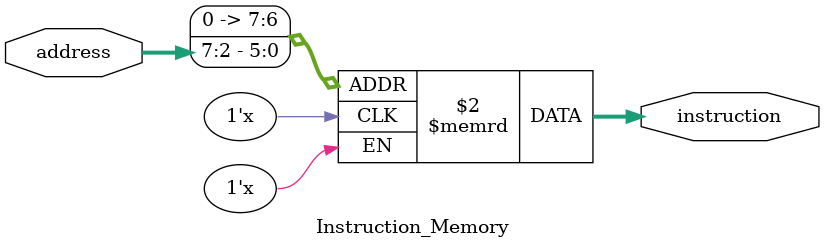
<source format=v>

`timescale 1ns / 1ns

module Instruction_Memory (
    input [7:0] address,
    output reg [31:0] instruction
);

    reg [31:0] Mem [0:255];

    // initial begin
    //     $readmemh("instructions.hex", Mem);
    // end
        // initial begin
        // $readmemb("codigo_validacion.txt", Mem);
    //end
    always @(address) begin
        instruction = Mem[address >> 2]; // divide by 4 for word addressing
    end
endmodule

</source>
